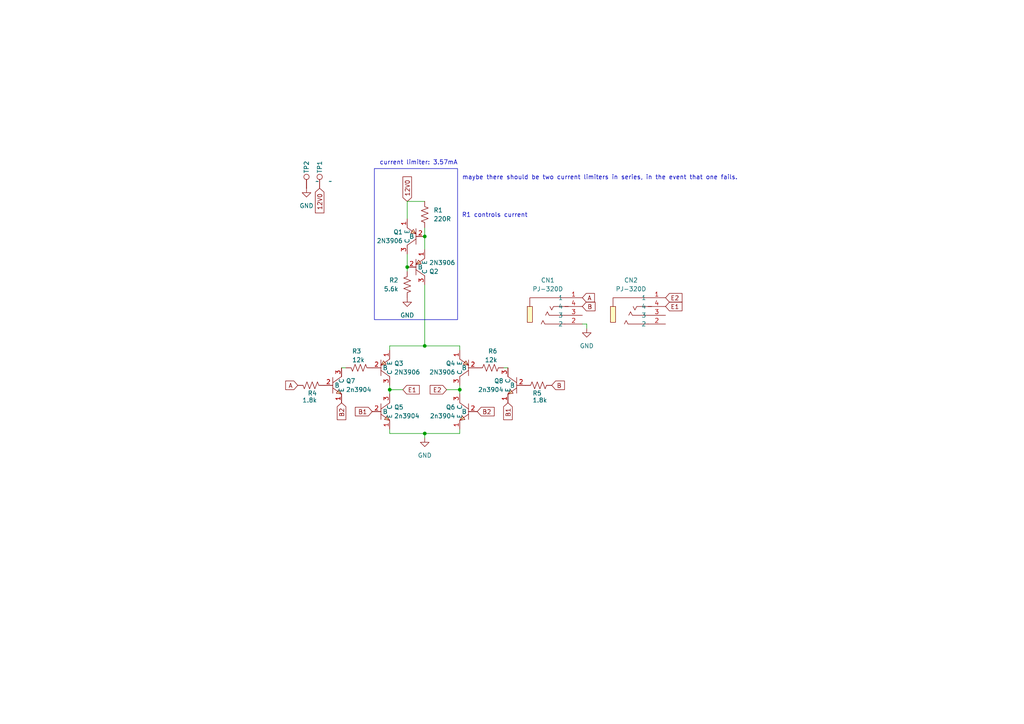
<source format=kicad_sch>
(kicad_sch (version 20231120) (generator "eeschema") (generator_version "8.0")
  (paper "A4")
  (lib_symbols
    (symbol "Connector:TestPoint" (pin_numbers hide) (pin_names (offset 0.762) hide)
      (property "Reference" "TP" (at 0 6.858 0))
      (property "Value" "TestPoint" (at 0 5.08 0))
      (symbol "TestPoint_0_1"
        (circle (center 0 3.302) (radius 0.762))
      )
      (symbol "TestPoint_1_1"
        (pin passive line (at 0 0 90) (length 2.54) (name "1") (number "1"))
      )
    )
    (symbol "Device:R_US" (pin_numbers hide) (pin_names (offset 0))
      (property "Reference" "R" (at 2.54 0 90))
      (property "Value" "R_US" (at -2.54 0 90))
      (symbol "R_US_0_1"
        (polyline (pts (xy 0 -2.286) (xy 0 -2.54)))
        (polyline (pts (xy 0 2.286) (xy 0 2.54)))
        (polyline (pts (xy 0 -0.762) (xy 1.016 -1.143) (xy 0 -1.524) (xy -1.016 -1.905) (xy 0 -2.286)))
        (polyline (pts (xy 0 0.762) (xy 1.016 0.381) (xy 0 0) (xy -1.016 -0.381) (xy 0 -0.762)))
        (polyline (pts (xy 0 2.286) (xy 1.016 1.905) (xy 0 1.524) (xy -1.016 1.143) (xy 0 0.762)))
      )
      (symbol "R_US_1_1"
        (pin passive line (at 0 3.81 270) (length 1.27) (name "~") (number "1"))
        (pin passive line (at 0 -3.81 90) (length 1.27) (name "~") (number "2"))
      )
    )
    (symbol "easyeda2kicadagain:2N3906S-RTK_PS_C5300004"
      (property "Reference" "Q" (at 0 10.16 0))
      (property "Value" "2N3906S-RTK/PS_C5300004" (at 0 -10.16 0))
      (symbol "2N3906S-RTK_PS_C5300004_0_1"
        (polyline (pts (xy 0 -0.76) (xy 2.54 -2.54)))
        (polyline (pts (xy 0 2.29) (xy 0 -2.29)))
        (polyline (pts (xy 2.54 2.54) (xy 0 0.76)))
        (polyline (pts (xy 0 -0.76) (xy 0.76 -2.03) (xy 1.52 -1.02) (xy 0 -0.76)) (fill (type background)))
        (pin input line (at 2.54 -5.08 90) (length 2.54) (name "E") (number "1"))
        (pin input line (at -2.54 0 0) (length 2.54) (name "B") (number "2"))
        (pin input line (at 2.54 5.08 270) (length 2.54) (name "C") (number "3"))
      )
    )
    (symbol "easyeda2kicadagain:2n3904S-RTK_PS_C18536"
      (property "Reference" "Q" (at 0 10.16 0))
      (property "Value" "2n3904S-RTK/PS_C18536" (at 0 -10.16 0))
      (symbol "2n3904S-RTK_PS_C18536_0_1"
        (polyline (pts (xy 0 -0.76) (xy 2.54 -2.54)))
        (polyline (pts (xy 0 2.29) (xy 0 -2.29)))
        (polyline (pts (xy 2.54 2.54) (xy 0 0.76)))
        (polyline (pts (xy 2.54 -2.54) (xy 1.78 -1.27) (xy 1.02 -2.29) (xy 2.54 -2.54)) (fill (type background)))
        (pin input line (at 2.54 -5.08 90) (length 2.54) (name "E") (number "1"))
        (pin input line (at -2.54 0 0) (length 2.54) (name "B") (number "2"))
        (pin input line (at 2.54 5.08 270) (length 2.54) (name "C") (number "3"))
      )
    )
    (symbol "easyeda2kicadagain:PJ-320D"
      (property "Reference" "CN" (at 0 7.62 0))
      (property "Value" "PJ-320D" (at 0 -10.16 0))
      (symbol "PJ-320D_0_1"
        (rectangle (start -10.92 0) (end -9.4 -4.57) (fill (type background)))
        (polyline (pts (xy 0 2.54) (xy -10.16 2.54) (xy -10.16 0)))
        (polyline (pts (xy 0 -5.08) (xy -5.84 -5.08) (xy -6.35 -4.06) (xy -6.86 -5.08)))
        (polyline (pts (xy 0 -2.54) (xy -4.57 -2.54) (xy -5.08 -1.52) (xy -5.59 -2.54)))
        (polyline (pts (xy 1.02 0) (xy -3.3 0) (xy -3.81 -1.02) (xy -4.32 0)))
        (pin unspecified line (at 5.08 2.54 180) (length 5.08) (name "1") (number "1"))
        (pin unspecified line (at 5.08 -5.08 180) (length 5.08) (name "2") (number "2"))
        (pin unspecified line (at 5.08 -2.54 180) (length 5.08) (name "3") (number "3"))
        (pin unspecified line (at 5.08 0 180) (length 5.08) (name "4") (number "4"))
      )
    )
    (symbol "power:GND" (power) (pin_numbers hide) (pin_names (offset 0) hide)
      (property "Value" "GND" (at 0 -3.81 0))
      (symbol "GND_0_1"
        (polyline (pts (xy 0 0) (xy 0 -1.27) (xy 1.27 -1.27) (xy 0 -2.54) (xy -1.27 -1.27) (xy 0 -1.27)))
      )
      (symbol "GND_1_1"
        (pin power_in line (at 0 0 270) (length 0) (name "~") (number "1"))
      )
    )
  )
  (junction (at 123.19 125.73))
  (junction (at 123.19 100.33))
  (junction (at 118.11 77.47))
  (junction (at 113.03 113.03))
  (junction (at 123.19 68.58))
  (junction (at 133.35 113.03))
  (wire (pts (xy 118.11 58.42) (xy 118.11 63.5)))
  (wire (pts (xy 116.84 113.03) (xy 113.03 113.03)))
  (wire (pts (xy 113.03 100.33) (xy 123.19 100.33)))
  (wire (pts (xy 123.19 125.73) (xy 123.19 127)))
  (wire (pts (xy 129.54 113.03) (xy 133.35 113.03)))
  (wire (pts (xy 113.03 113.03) (xy 113.03 114.3)))
  (wire (pts (xy 133.35 111.76) (xy 133.35 113.03)))
  (wire (pts (xy 118.11 78.74) (xy 118.11 77.47)))
  (wire (pts (xy 113.03 125.73) (xy 123.19 125.73)))
  (wire (pts (xy 118.11 58.42) (xy 123.19 58.42)))
  (wire (pts (xy 123.19 82.55) (xy 123.19 100.33)))
  (wire (pts (xy 123.19 66.04) (xy 123.19 68.58)))
  (wire (pts (xy 113.03 111.76) (xy 113.03 113.03)))
  (wire (pts (xy 170.18 93.98) (xy 168.91 93.98)))
  (wire (pts (xy 123.19 125.73) (xy 133.35 125.73)))
  (wire (pts (xy 133.35 124.46) (xy 133.35 125.73)))
  (wire (pts (xy 113.03 100.33) (xy 113.03 101.6)))
  (wire (pts (xy 113.03 124.46) (xy 113.03 125.73)))
  (wire (pts (xy 147.32 106.68) (xy 146.05 106.68)))
  (wire (pts (xy 133.35 113.03) (xy 133.35 114.3)))
  (wire (pts (xy 118.11 73.66) (xy 118.11 77.47)))
  (wire (pts (xy 123.19 68.58) (xy 123.19 72.39)))
  (wire (pts (xy 170.18 95.25) (xy 170.18 93.98)))
  (wire (pts (xy 99.06 106.68) (xy 100.33 106.68)))
  (wire (pts (xy 133.35 100.33) (xy 133.35 101.6)))
  (wire (pts (xy 123.19 100.33) (xy 133.35 100.33)))
  (rectangle (start 108.585 48.895) (end 132.715 92.71))
  (text "current limiter: 3.57mA" (at 121.412 47.244 0) (effects (font (size 1.27 1.27))))
  (text "maybe there should be two current limiters in series, in the event that one fails." (at 173.99 51.562 0) (effects (font (size 1.27 1.27))))
  (text "R1 controls current" (at 143.51 62.484 0) (effects (font (size 1.27 1.27))))
  (global_label "B1" (shape input) (at 147.32 116.84 270) (property "Intersheetrefs" "${INTERSHEET_REFS}" (effects (hide yes))))
  (global_label "E2" (shape input) (at 129.54 113.03 180) (property "Intersheetrefs" "${INTERSHEET_REFS}" (effects (hide yes))))
  (global_label "B" (shape input) (at 160.02 111.76 0) (property "Intersheetrefs" "${INTERSHEET_REFS}" (effects (hide yes))))
  (global_label "A" (shape input) (at 168.91 86.36 0) (property "Intersheetrefs" "${INTERSHEET_REFS}" (effects (hide yes))))
  (global_label "12V0" (shape input) (at 118.11 58.42 90) (property "Intersheetrefs" "${INTERSHEET_REFS}" (effects (hide yes))))
  (global_label "B2" (shape input) (at 138.43 119.38 0) (property "Intersheetrefs" "${INTERSHEET_REFS}" (effects (hide yes))))
  (global_label "12V0" (shape input) (at 92.71 54.61 270) (property "Intersheetrefs" "${INTERSHEET_REFS}" (effects (hide yes))))
  (global_label "B1" (shape input) (at 107.95 119.38 180) (property "Intersheetrefs" "${INTERSHEET_REFS}" (effects (hide yes))))
  (global_label "E1" (shape input) (at 116.84 113.03 0) (property "Intersheetrefs" "${INTERSHEET_REFS}" (effects (hide yes))))
  (global_label "B2" (shape input) (at 99.06 116.84 270) (property "Intersheetrefs" "${INTERSHEET_REFS}" (effects (hide yes))))
  (global_label "B" (shape input) (at 168.91 88.9 0) (property "Intersheetrefs" "${INTERSHEET_REFS}" (effects (hide yes))))
  (global_label "A" (shape input) (at 86.36 111.76 180) (property "Intersheetrefs" "${INTERSHEET_REFS}" (effects (hide yes))))
  (global_label "E1" (shape input) (at 193.04 88.9 0) (property "Intersheetrefs" "${INTERSHEET_REFS}" (effects (hide yes))))
  (global_label "E2" (shape input) (at 193.04 86.36 0) (property "Intersheetrefs" "${INTERSHEET_REFS}" (effects (hide yes))))
  (symbol (lib_id "power:GND") (at 123.19 127 0) (unit 1)
    (property "Reference" "#PWR02" (effects (hide yes)))
    (property "Value" "GND" (at 123.19 132.08 0))
    (property "Description" "Power symbol creates a global label with name \"GND\" , ground" (effects (hide yes)))
  )
  (symbol (lib_id "power:GND") (at 170.18 95.25 0) (unit 1)
    (property "Reference" "#PWR03" (effects (hide yes)))
    (property "Value" "GND" (at 170.18 100.33 0))
    (property "Description" "Power symbol creates a global label with name \"GND\" , ground" (effects (hide yes)))
  )
  (symbol (lib_id "easyeda2kicadagain:PJ-320D") (at 163.83 88.9 0) (unit 1)
    (property "Reference" "CN1" (at 158.88 81.28 0))
    (property "Value" "PJ-320D" (at 158.88 83.82 0))
    (property "Footprint" "easyeda2kicadagain:AUDIO-SMD_PJ-320D" (effects (hide yes)))
    (property "Datasheet" "https://lcsc.com/product-detail/Audio-Video-Connectors_SHOU-HAN-PJ-320D_C431535.html" (effects (hide yes)))
    (property "LCSC Part" "C431535" (effects (hide yes)))
  )
  (symbol (lib_id "easyeda2kicadagain:2n3904S-RTK_PS_C18536") (at 135.89 119.38 0) (mirror y) (unit 1)
    (property "Reference" "Q6" (at 132.08 118.1099 0) (effects (justify left)))
    (property "Value" "2n3904" (at 132.08 120.6499 0) (effects (justify left)))
    (property "Footprint" "easyeda2kicadagain:SOT-23-3_L2.9-W1.3-P1.90-LS2.4-TR" (effects (hide yes)))
    (property "Datasheet" "https://lcsc.com/product-detail/Transistors-NPN-PNP_KEC_2n3904S-RTK-P_2n3904S-RTK-P_C18536.html" (effects (hide yes)))
    (property "LCSC Part" "C18536" (effects (hide yes)))
  )
  (symbol (lib_id "power:GND") (at 88.9 54.61 0) (unit 1)
    (property "Reference" "#PWR04" (effects (hide yes)))
    (property "Value" "GND" (at 88.9 59.69 0))
    (property "Description" "Power symbol creates a global label with name \"GND\" , ground" (effects (hide yes)))
  )
  (symbol (lib_id "easyeda2kicadagain:2N3906S-RTK_PS_C5300004") (at 135.89 106.68 180) (unit 1)
    (property "Reference" "Q4" (at 132.08 105.4099 0) (effects (justify left)))
    (property "Value" "2N3906" (at 132.08 107.9499 0) (effects (justify left)))
    (property "Footprint" "easyeda2kicadagain:SOT-23-3_L2.9-W1.3-P1.90-LS2.4-TR" (effects (hide yes)))
    (property "LCSC Part" "C5300004" (effects (hide yes)))
  )
  (symbol (lib_id "easyeda2kicadagain:PJ-320D") (at 187.96 88.9 0) (unit 1)
    (property "Reference" "CN2" (at 183.01 81.28 0))
    (property "Value" "PJ-320D" (at 183.01 83.82 0))
    (property "Footprint" "easyeda2kicadagain:AUDIO-SMD_PJ-320D" (effects (hide yes)))
    (property "Datasheet" "https://lcsc.com/product-detail/Audio-Video-Connectors_SHOU-HAN-PJ-320D_C431535.html" (effects (hide yes)))
    (property "LCSC Part" "C431535" (effects (hide yes)))
  )
  (symbol (lib_id "easyeda2kicadagain:2n3904S-RTK_PS_C18536") (at 149.86 111.76 0) (mirror y) (unit 1)
    (property "Reference" "Q8" (at 146.05 110.4899 0) (effects (justify left)))
    (property "Value" "2n3904" (at 146.05 113.0299 0) (effects (justify left)))
    (property "Footprint" "easyeda2kicadagain:SOT-23-3_L2.9-W1.3-P1.90-LS2.4-TR" (effects (hide yes)))
    (property "Datasheet" "https://lcsc.com/product-detail/Transistors-NPN-PNP_KEC_2n3904S-RTK-P_2n3904S-RTK-P_C18536.html" (effects (hide yes)))
    (property "LCSC Part" "C18536" (effects (hide yes)))
  )
  (symbol (lib_id "Device:R_US") (at 123.19 62.23 0) (unit 1)
    (property "Reference" "R1" (at 125.73 60.9599 0) (effects (justify left)))
    (property "Value" "220R" (at 125.73 63.4999 0) (effects (justify left)))
    (property "Footprint" "passive_custom:R_0402_JLC" (effects (hide yes)))
    (property "Description" "Resistor, US symbol" (effects (hide yes)))
  )
  (symbol (lib_id "easyeda2kicadagain:2N3906S-RTK_PS_C5300004") (at 110.49 106.68 0) (mirror x) (unit 1)
    (property "Reference" "Q3" (at 114.3 105.4099 0) (effects (justify left)))
    (property "Value" "2N3906" (at 114.3 107.9499 0) (effects (justify left)))
    (property "Footprint" "easyeda2kicadagain:SOT-23-3_L2.9-W1.3-P1.90-LS2.4-TR" (effects (hide yes)))
    (property "LCSC Part" "C5300004" (effects (hide yes)))
  )
  (symbol (lib_id "Device:R_US") (at 142.24 106.68 270) (unit 1)
    (property "Reference" "R6" (at 144.272 101.854 90) (effects (justify right)))
    (property "Value" "12k" (at 144.272 104.394 90) (effects (justify right)))
    (property "Footprint" "passive_custom:R_0402_JLC" (effects (hide yes)))
    (property "Description" "Resistor, US symbol" (effects (hide yes)))
  )
  (symbol (lib_id "easyeda2kicadagain:2N3906S-RTK_PS_C5300004") (at 120.65 68.58 180) (unit 1)
    (property "Reference" "Q1" (at 116.84 67.3099 0) (effects (justify left)))
    (property "Value" "2N3906" (at 116.84 69.8499 0) (effects (justify left)))
    (property "Footprint" "easyeda2kicadagain:SOT-23-3_L2.9-W1.3-P1.90-LS2.4-TR" (effects (hide yes)))
    (property "LCSC Part" "C5300004" (effects (hide yes)))
  )
  (symbol (lib_id "easyeda2kicadagain:2n3904S-RTK_PS_C18536") (at 110.49 119.38 0) (unit 1)
    (property "Reference" "Q5" (at 114.3 118.1099 0) (effects (justify left)))
    (property "Value" "2n3904" (at 114.3 120.6499 0) (effects (justify left)))
    (property "Footprint" "easyeda2kicadagain:SOT-23-3_L2.9-W1.3-P1.90-LS2.4-TR" (effects (hide yes)))
    (property "Datasheet" "https://lcsc.com/product-detail/Transistors-NPN-PNP_KEC_2n3904S-RTK-P_2n3904S-RTK-P_C18536.html" (effects (hide yes)))
    (property "LCSC Part" "C18536" (effects (hide yes)))
  )
  (symbol (lib_id "easyeda2kicadagain:2N3906S-RTK_PS_C5300004") (at 120.65 77.47 0) (mirror x) (unit 1)
    (property "Reference" "Q2" (at 124.46 78.7401 0) (effects (justify left)))
    (property "Value" "2N3906" (at 124.46 76.2001 0) (effects (justify left)))
    (property "Footprint" "easyeda2kicadagain:SOT-23-3_L2.9-W1.3-P1.90-LS2.4-TR" (effects (hide yes)))
    (property "LCSC Part" "C5300004" (effects (hide yes)))
  )
  (symbol (lib_id "Connector:TestPoint") (at 88.9 54.61 0) (unit 1)
    (property "Reference" "TP2" (at 88.9 50.292 90) (effects (justify left)))
    (property "Value" "~" (at 91.44 52.5779 0) (effects (justify left)))
    (property "Footprint" "justPads_custom:2_3-1.5_2.5_1_1" (effects (hide yes)))
    (property "Description" "test point" (effects (hide yes)))
  )
  (symbol (lib_id "Connector:TestPoint") (at 92.71 54.61 0) (unit 1)
    (property "Reference" "TP1" (at 92.71 50.292 90) (effects (justify left)))
    (property "Value" "~" (at 95.25 52.5779 0) (effects (justify left)))
    (property "Footprint" "justPads_custom:2_3-1.5_2.5_1_1" (effects (hide yes)))
    (property "Description" "test point" (effects (hide yes)))
  )
  (symbol (lib_id "Device:R_US") (at 118.11 82.55 0) (mirror x) (unit 1)
    (property "Reference" "R2" (at 115.57 81.2799 0) (effects (justify right)))
    (property "Value" "5.6k" (at 115.57 83.8199 0) (effects (justify right)))
    (property "Footprint" "passive_custom:R_0402_JLC" (effects (hide yes)))
    (property "Description" "Resistor, US symbol" (effects (hide yes)))
  )
  (symbol (lib_id "power:GND") (at 118.11 86.36 0) (unit 1)
    (property "Reference" "#PWR01" (effects (hide yes)))
    (property "Value" "GND" (at 118.11 91.44 0))
    (property "Description" "Power symbol creates a global label with name \"GND\" , ground" (effects (hide yes)))
  )
  (symbol (lib_id "Device:R_US") (at 104.14 106.68 90) (mirror x) (unit 1)
    (property "Reference" "R3" (at 102.108 101.854 90) (effects (justify right)))
    (property "Value" "12k" (at 102.108 104.394 90) (effects (justify right)))
    (property "Footprint" "passive_custom:R_0402_JLC" (effects (hide yes)))
    (property "Description" "Resistor, US symbol" (effects (hide yes)))
  )
  (symbol (lib_id "easyeda2kicadagain:2n3904S-RTK_PS_C18536") (at 96.52 111.76 0) (unit 1)
    (property "Reference" "Q7" (at 100.33 110.4899 0) (effects (justify left)))
    (property "Value" "2n3904" (at 100.33 113.0299 0) (effects (justify left)))
    (property "Footprint" "easyeda2kicadagain:SOT-23-3_L2.9-W1.3-P1.90-LS2.4-TR" (effects (hide yes)))
    (property "Datasheet" "https://lcsc.com/product-detail/Transistors-NPN-PNP_KEC_2n3904S-RTK-P_2n3904S-RTK-P_C18536.html" (effects (hide yes)))
    (property "LCSC Part" "C18536" (effects (hide yes)))
  )
  (symbol (lib_id "Device:R_US") (at 90.17 111.76 270) (mirror x) (unit 1)
    (property "Reference" "R4" (at 91.948 114.046 90) (effects (justify right)))
    (property "Value" "1.8k" (at 91.948 116.078 90) (effects (justify right)))
    (property "Footprint" "passive_custom:R_0402_JLC" (effects (hide yes)))
    (property "Description" "Resistor, US symbol" (effects (hide yes)))
  )
  (symbol (lib_id "Device:R_US") (at 156.21 111.76 90) (unit 1)
    (property "Reference" "R5" (at 154.432 114.046 90) (effects (justify right)))
    (property "Value" "1.8k" (at 154.432 116.078 90) (effects (justify right)))
    (property "Footprint" "passive_custom:R_0402_JLC" (effects (hide yes)))
    (property "Description" "Resistor, US symbol" (effects (hide yes)))
  )
)
</source>
